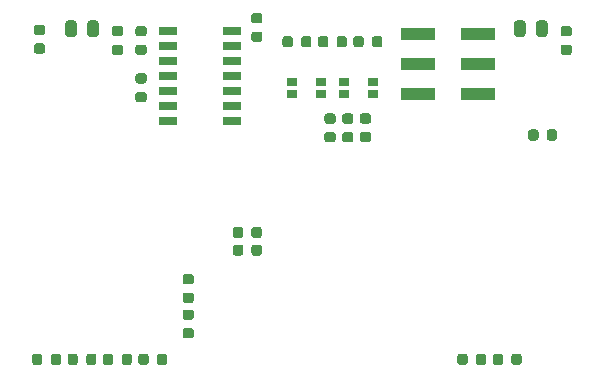
<source format=gbr>
%TF.GenerationSoftware,KiCad,Pcbnew,5.1.7-a382d34a8~88~ubuntu20.04.1*%
%TF.CreationDate,2020-12-12T08:47:46-08:00*%
%TF.ProjectId,syzygy-serdes-breakout,73797a79-6779-42d7-9365-726465732d62,rev?*%
%TF.SameCoordinates,Original*%
%TF.FileFunction,Paste,Top*%
%TF.FilePolarity,Positive*%
%FSLAX46Y46*%
G04 Gerber Fmt 4.6, Leading zero omitted, Abs format (unit mm)*
G04 Created by KiCad (PCBNEW 5.1.7-a382d34a8~88~ubuntu20.04.1) date 2020-12-12 08:47:46*
%MOMM*%
%LPD*%
G01*
G04 APERTURE LIST*
%ADD10R,0.850000X0.750000*%
%ADD11R,1.549400X0.660400*%
%ADD12R,3.000000X1.000000*%
G04 APERTURE END LIST*
%TO.C,R16*%
G36*
G01*
X104850000Y-95843750D02*
X104850000Y-96356250D01*
G75*
G02*
X104631250Y-96575000I-218750J0D01*
G01*
X104193750Y-96575000D01*
G75*
G02*
X103975000Y-96356250I0J218750D01*
G01*
X103975000Y-95843750D01*
G75*
G02*
X104193750Y-95625000I218750J0D01*
G01*
X104631250Y-95625000D01*
G75*
G02*
X104850000Y-95843750I0J-218750D01*
G01*
G37*
G36*
G01*
X106425000Y-95843750D02*
X106425000Y-96356250D01*
G75*
G02*
X106206250Y-96575000I-218750J0D01*
G01*
X105768750Y-96575000D01*
G75*
G02*
X105550000Y-96356250I0J218750D01*
G01*
X105550000Y-95843750D01*
G75*
G02*
X105768750Y-95625000I218750J0D01*
G01*
X106206250Y-95625000D01*
G75*
G02*
X106425000Y-95843750I0J-218750D01*
G01*
G37*
%TD*%
%TO.C,R15*%
G36*
G01*
X101850000Y-95843750D02*
X101850000Y-96356250D01*
G75*
G02*
X101631250Y-96575000I-218750J0D01*
G01*
X101193750Y-96575000D01*
G75*
G02*
X100975000Y-96356250I0J218750D01*
G01*
X100975000Y-95843750D01*
G75*
G02*
X101193750Y-95625000I218750J0D01*
G01*
X101631250Y-95625000D01*
G75*
G02*
X101850000Y-95843750I0J-218750D01*
G01*
G37*
G36*
G01*
X103425000Y-95843750D02*
X103425000Y-96356250D01*
G75*
G02*
X103206250Y-96575000I-218750J0D01*
G01*
X102768750Y-96575000D01*
G75*
G02*
X102550000Y-96356250I0J218750D01*
G01*
X102550000Y-95843750D01*
G75*
G02*
X102768750Y-95625000I218750J0D01*
G01*
X103206250Y-95625000D01*
G75*
G02*
X103425000Y-95843750I0J-218750D01*
G01*
G37*
%TD*%
%TO.C,R14*%
G36*
G01*
X98850000Y-95843750D02*
X98850000Y-96356250D01*
G75*
G02*
X98631250Y-96575000I-218750J0D01*
G01*
X98193750Y-96575000D01*
G75*
G02*
X97975000Y-96356250I0J218750D01*
G01*
X97975000Y-95843750D01*
G75*
G02*
X98193750Y-95625000I218750J0D01*
G01*
X98631250Y-95625000D01*
G75*
G02*
X98850000Y-95843750I0J-218750D01*
G01*
G37*
G36*
G01*
X100425000Y-95843750D02*
X100425000Y-96356250D01*
G75*
G02*
X100206250Y-96575000I-218750J0D01*
G01*
X99768750Y-96575000D01*
G75*
G02*
X99550000Y-96356250I0J218750D01*
G01*
X99550000Y-95843750D01*
G75*
G02*
X99768750Y-95625000I218750J0D01*
G01*
X100206250Y-95625000D01*
G75*
G02*
X100425000Y-95843750I0J-218750D01*
G01*
G37*
%TD*%
%TO.C,R13*%
G36*
G01*
X104743750Y-103750000D02*
X105256250Y-103750000D01*
G75*
G02*
X105475000Y-103968750I0J-218750D01*
G01*
X105475000Y-104406250D01*
G75*
G02*
X105256250Y-104625000I-218750J0D01*
G01*
X104743750Y-104625000D01*
G75*
G02*
X104525000Y-104406250I0J218750D01*
G01*
X104525000Y-103968750D01*
G75*
G02*
X104743750Y-103750000I218750J0D01*
G01*
G37*
G36*
G01*
X104743750Y-102175000D02*
X105256250Y-102175000D01*
G75*
G02*
X105475000Y-102393750I0J-218750D01*
G01*
X105475000Y-102831250D01*
G75*
G02*
X105256250Y-103050000I-218750J0D01*
G01*
X104743750Y-103050000D01*
G75*
G02*
X104525000Y-102831250I0J218750D01*
G01*
X104525000Y-102393750D01*
G75*
G02*
X104743750Y-102175000I218750J0D01*
G01*
G37*
%TD*%
%TO.C,R12*%
G36*
G01*
X103243750Y-103750000D02*
X103756250Y-103750000D01*
G75*
G02*
X103975000Y-103968750I0J-218750D01*
G01*
X103975000Y-104406250D01*
G75*
G02*
X103756250Y-104625000I-218750J0D01*
G01*
X103243750Y-104625000D01*
G75*
G02*
X103025000Y-104406250I0J218750D01*
G01*
X103025000Y-103968750D01*
G75*
G02*
X103243750Y-103750000I218750J0D01*
G01*
G37*
G36*
G01*
X103243750Y-102175000D02*
X103756250Y-102175000D01*
G75*
G02*
X103975000Y-102393750I0J-218750D01*
G01*
X103975000Y-102831250D01*
G75*
G02*
X103756250Y-103050000I-218750J0D01*
G01*
X103243750Y-103050000D01*
G75*
G02*
X103025000Y-102831250I0J218750D01*
G01*
X103025000Y-102393750D01*
G75*
G02*
X103243750Y-102175000I218750J0D01*
G01*
G37*
%TD*%
%TO.C,R11*%
G36*
G01*
X101743750Y-103750000D02*
X102256250Y-103750000D01*
G75*
G02*
X102475000Y-103968750I0J-218750D01*
G01*
X102475000Y-104406250D01*
G75*
G02*
X102256250Y-104625000I-218750J0D01*
G01*
X101743750Y-104625000D01*
G75*
G02*
X101525000Y-104406250I0J218750D01*
G01*
X101525000Y-103968750D01*
G75*
G02*
X101743750Y-103750000I218750J0D01*
G01*
G37*
G36*
G01*
X101743750Y-102175000D02*
X102256250Y-102175000D01*
G75*
G02*
X102475000Y-102393750I0J-218750D01*
G01*
X102475000Y-102831250D01*
G75*
G02*
X102256250Y-103050000I-218750J0D01*
G01*
X101743750Y-103050000D01*
G75*
G02*
X101525000Y-102831250I0J218750D01*
G01*
X101525000Y-102393750D01*
G75*
G02*
X101743750Y-102175000I218750J0D01*
G01*
G37*
%TD*%
D10*
%TO.C,D4*%
X98775000Y-100525000D03*
X98775000Y-99475000D03*
X101225000Y-99475000D03*
X101225000Y-100525000D03*
%TD*%
%TO.C,D3*%
X103175000Y-100525000D03*
X103175000Y-99475000D03*
X105625000Y-99475000D03*
X105625000Y-100525000D03*
%TD*%
%TO.C,R10*%
G36*
G01*
X85743750Y-100350000D02*
X86256250Y-100350000D01*
G75*
G02*
X86475000Y-100568750I0J-218750D01*
G01*
X86475000Y-101006250D01*
G75*
G02*
X86256250Y-101225000I-218750J0D01*
G01*
X85743750Y-101225000D01*
G75*
G02*
X85525000Y-101006250I0J218750D01*
G01*
X85525000Y-100568750D01*
G75*
G02*
X85743750Y-100350000I218750J0D01*
G01*
G37*
G36*
G01*
X85743750Y-98775000D02*
X86256250Y-98775000D01*
G75*
G02*
X86475000Y-98993750I0J-218750D01*
G01*
X86475000Y-99431250D01*
G75*
G02*
X86256250Y-99650000I-218750J0D01*
G01*
X85743750Y-99650000D01*
G75*
G02*
X85525000Y-99431250I0J218750D01*
G01*
X85525000Y-98993750D01*
G75*
G02*
X85743750Y-98775000I218750J0D01*
G01*
G37*
%TD*%
%TO.C,D2*%
G36*
G01*
X80550000Y-94543750D02*
X80550000Y-95456250D01*
G75*
G02*
X80306250Y-95700000I-243750J0D01*
G01*
X79818750Y-95700000D01*
G75*
G02*
X79575000Y-95456250I0J243750D01*
G01*
X79575000Y-94543750D01*
G75*
G02*
X79818750Y-94300000I243750J0D01*
G01*
X80306250Y-94300000D01*
G75*
G02*
X80550000Y-94543750I0J-243750D01*
G01*
G37*
G36*
G01*
X82425000Y-94543750D02*
X82425000Y-95456250D01*
G75*
G02*
X82181250Y-95700000I-243750J0D01*
G01*
X81693750Y-95700000D01*
G75*
G02*
X81450000Y-95456250I0J243750D01*
G01*
X81450000Y-94543750D01*
G75*
G02*
X81693750Y-94300000I243750J0D01*
G01*
X82181250Y-94300000D01*
G75*
G02*
X82425000Y-94543750I0J-243750D01*
G01*
G37*
%TD*%
%TO.C,C7*%
G36*
G01*
X85743750Y-96350000D02*
X86256250Y-96350000D01*
G75*
G02*
X86475000Y-96568750I0J-218750D01*
G01*
X86475000Y-97006250D01*
G75*
G02*
X86256250Y-97225000I-218750J0D01*
G01*
X85743750Y-97225000D01*
G75*
G02*
X85525000Y-97006250I0J218750D01*
G01*
X85525000Y-96568750D01*
G75*
G02*
X85743750Y-96350000I218750J0D01*
G01*
G37*
G36*
G01*
X85743750Y-94775000D02*
X86256250Y-94775000D01*
G75*
G02*
X86475000Y-94993750I0J-218750D01*
G01*
X86475000Y-95431250D01*
G75*
G02*
X86256250Y-95650000I-218750J0D01*
G01*
X85743750Y-95650000D01*
G75*
G02*
X85525000Y-95431250I0J218750D01*
G01*
X85525000Y-94993750D01*
G75*
G02*
X85743750Y-94775000I218750J0D01*
G01*
G37*
%TD*%
D11*
%TO.C,U1*%
X93679700Y-95190000D03*
X93679700Y-96460000D03*
X93679700Y-97730000D03*
X93679700Y-99000000D03*
X93679700Y-100270000D03*
X93679700Y-101540000D03*
X93679700Y-102810000D03*
X88320300Y-102810000D03*
X88320300Y-101540000D03*
X88320300Y-100270000D03*
X88320300Y-99000000D03*
X88320300Y-97730000D03*
X88320300Y-96460000D03*
X88320300Y-95190000D03*
%TD*%
%TO.C,R9*%
G36*
G01*
X95543750Y-95250000D02*
X96056250Y-95250000D01*
G75*
G02*
X96275000Y-95468750I0J-218750D01*
G01*
X96275000Y-95906250D01*
G75*
G02*
X96056250Y-96125000I-218750J0D01*
G01*
X95543750Y-96125000D01*
G75*
G02*
X95325000Y-95906250I0J218750D01*
G01*
X95325000Y-95468750D01*
G75*
G02*
X95543750Y-95250000I218750J0D01*
G01*
G37*
G36*
G01*
X95543750Y-93675000D02*
X96056250Y-93675000D01*
G75*
G02*
X96275000Y-93893750I0J-218750D01*
G01*
X96275000Y-94331250D01*
G75*
G02*
X96056250Y-94550000I-218750J0D01*
G01*
X95543750Y-94550000D01*
G75*
G02*
X95325000Y-94331250I0J218750D01*
G01*
X95325000Y-93893750D01*
G75*
G02*
X95543750Y-93675000I218750J0D01*
G01*
G37*
%TD*%
%TO.C,R8*%
G36*
G01*
X77656250Y-95550000D02*
X77143750Y-95550000D01*
G75*
G02*
X76925000Y-95331250I0J218750D01*
G01*
X76925000Y-94893750D01*
G75*
G02*
X77143750Y-94675000I218750J0D01*
G01*
X77656250Y-94675000D01*
G75*
G02*
X77875000Y-94893750I0J-218750D01*
G01*
X77875000Y-95331250D01*
G75*
G02*
X77656250Y-95550000I-218750J0D01*
G01*
G37*
G36*
G01*
X77656250Y-97125000D02*
X77143750Y-97125000D01*
G75*
G02*
X76925000Y-96906250I0J218750D01*
G01*
X76925000Y-96468750D01*
G75*
G02*
X77143750Y-96250000I218750J0D01*
G01*
X77656250Y-96250000D01*
G75*
G02*
X77875000Y-96468750I0J-218750D01*
G01*
X77875000Y-96906250D01*
G75*
G02*
X77656250Y-97125000I-218750J0D01*
G01*
G37*
%TD*%
%TO.C,C6*%
G36*
G01*
X95350000Y-112506250D02*
X95350000Y-111993750D01*
G75*
G02*
X95568750Y-111775000I218750J0D01*
G01*
X96006250Y-111775000D01*
G75*
G02*
X96225000Y-111993750I0J-218750D01*
G01*
X96225000Y-112506250D01*
G75*
G02*
X96006250Y-112725000I-218750J0D01*
G01*
X95568750Y-112725000D01*
G75*
G02*
X95350000Y-112506250I0J218750D01*
G01*
G37*
G36*
G01*
X93775000Y-112506250D02*
X93775000Y-111993750D01*
G75*
G02*
X93993750Y-111775000I218750J0D01*
G01*
X94431250Y-111775000D01*
G75*
G02*
X94650000Y-111993750I0J-218750D01*
G01*
X94650000Y-112506250D01*
G75*
G02*
X94431250Y-112725000I-218750J0D01*
G01*
X93993750Y-112725000D01*
G75*
G02*
X93775000Y-112506250I0J218750D01*
G01*
G37*
%TD*%
D12*
%TO.C,SW1*%
X109460000Y-95450000D03*
X109460000Y-98000000D03*
X109460000Y-100540000D03*
X114540000Y-95460000D03*
X114540000Y-98000000D03*
X114540000Y-100540000D03*
%TD*%
%TO.C,R7*%
G36*
G01*
X87350000Y-123256250D02*
X87350000Y-122743750D01*
G75*
G02*
X87568750Y-122525000I218750J0D01*
G01*
X88006250Y-122525000D01*
G75*
G02*
X88225000Y-122743750I0J-218750D01*
G01*
X88225000Y-123256250D01*
G75*
G02*
X88006250Y-123475000I-218750J0D01*
G01*
X87568750Y-123475000D01*
G75*
G02*
X87350000Y-123256250I0J218750D01*
G01*
G37*
G36*
G01*
X85775000Y-123256250D02*
X85775000Y-122743750D01*
G75*
G02*
X85993750Y-122525000I218750J0D01*
G01*
X86431250Y-122525000D01*
G75*
G02*
X86650000Y-122743750I0J-218750D01*
G01*
X86650000Y-123256250D01*
G75*
G02*
X86431250Y-123475000I-218750J0D01*
G01*
X85993750Y-123475000D01*
G75*
G02*
X85775000Y-123256250I0J218750D01*
G01*
G37*
%TD*%
%TO.C,R6*%
G36*
G01*
X84350000Y-123256250D02*
X84350000Y-122743750D01*
G75*
G02*
X84568750Y-122525000I218750J0D01*
G01*
X85006250Y-122525000D01*
G75*
G02*
X85225000Y-122743750I0J-218750D01*
G01*
X85225000Y-123256250D01*
G75*
G02*
X85006250Y-123475000I-218750J0D01*
G01*
X84568750Y-123475000D01*
G75*
G02*
X84350000Y-123256250I0J218750D01*
G01*
G37*
G36*
G01*
X82775000Y-123256250D02*
X82775000Y-122743750D01*
G75*
G02*
X82993750Y-122525000I218750J0D01*
G01*
X83431250Y-122525000D01*
G75*
G02*
X83650000Y-122743750I0J-218750D01*
G01*
X83650000Y-123256250D01*
G75*
G02*
X83431250Y-123475000I-218750J0D01*
G01*
X82993750Y-123475000D01*
G75*
G02*
X82775000Y-123256250I0J218750D01*
G01*
G37*
%TD*%
%TO.C,R5*%
G36*
G01*
X90256250Y-119650000D02*
X89743750Y-119650000D01*
G75*
G02*
X89525000Y-119431250I0J218750D01*
G01*
X89525000Y-118993750D01*
G75*
G02*
X89743750Y-118775000I218750J0D01*
G01*
X90256250Y-118775000D01*
G75*
G02*
X90475000Y-118993750I0J-218750D01*
G01*
X90475000Y-119431250D01*
G75*
G02*
X90256250Y-119650000I-218750J0D01*
G01*
G37*
G36*
G01*
X90256250Y-121225000D02*
X89743750Y-121225000D01*
G75*
G02*
X89525000Y-121006250I0J218750D01*
G01*
X89525000Y-120568750D01*
G75*
G02*
X89743750Y-120350000I218750J0D01*
G01*
X90256250Y-120350000D01*
G75*
G02*
X90475000Y-120568750I0J-218750D01*
G01*
X90475000Y-121006250D01*
G75*
G02*
X90256250Y-121225000I-218750J0D01*
G01*
G37*
%TD*%
%TO.C,R4*%
G36*
G01*
X77650000Y-122743750D02*
X77650000Y-123256250D01*
G75*
G02*
X77431250Y-123475000I-218750J0D01*
G01*
X76993750Y-123475000D01*
G75*
G02*
X76775000Y-123256250I0J218750D01*
G01*
X76775000Y-122743750D01*
G75*
G02*
X76993750Y-122525000I218750J0D01*
G01*
X77431250Y-122525000D01*
G75*
G02*
X77650000Y-122743750I0J-218750D01*
G01*
G37*
G36*
G01*
X79225000Y-122743750D02*
X79225000Y-123256250D01*
G75*
G02*
X79006250Y-123475000I-218750J0D01*
G01*
X78568750Y-123475000D01*
G75*
G02*
X78350000Y-123256250I0J218750D01*
G01*
X78350000Y-122743750D01*
G75*
G02*
X78568750Y-122525000I218750J0D01*
G01*
X79006250Y-122525000D01*
G75*
G02*
X79225000Y-122743750I0J-218750D01*
G01*
G37*
%TD*%
%TO.C,R3*%
G36*
G01*
X80650000Y-122743750D02*
X80650000Y-123256250D01*
G75*
G02*
X80431250Y-123475000I-218750J0D01*
G01*
X79993750Y-123475000D01*
G75*
G02*
X79775000Y-123256250I0J218750D01*
G01*
X79775000Y-122743750D01*
G75*
G02*
X79993750Y-122525000I218750J0D01*
G01*
X80431250Y-122525000D01*
G75*
G02*
X80650000Y-122743750I0J-218750D01*
G01*
G37*
G36*
G01*
X82225000Y-122743750D02*
X82225000Y-123256250D01*
G75*
G02*
X82006250Y-123475000I-218750J0D01*
G01*
X81568750Y-123475000D01*
G75*
G02*
X81350000Y-123256250I0J218750D01*
G01*
X81350000Y-122743750D01*
G75*
G02*
X81568750Y-122525000I218750J0D01*
G01*
X82006250Y-122525000D01*
G75*
G02*
X82225000Y-122743750I0J-218750D01*
G01*
G37*
%TD*%
%TO.C,R2*%
G36*
G01*
X121743750Y-96350000D02*
X122256250Y-96350000D01*
G75*
G02*
X122475000Y-96568750I0J-218750D01*
G01*
X122475000Y-97006250D01*
G75*
G02*
X122256250Y-97225000I-218750J0D01*
G01*
X121743750Y-97225000D01*
G75*
G02*
X121525000Y-97006250I0J218750D01*
G01*
X121525000Y-96568750D01*
G75*
G02*
X121743750Y-96350000I218750J0D01*
G01*
G37*
G36*
G01*
X121743750Y-94775000D02*
X122256250Y-94775000D01*
G75*
G02*
X122475000Y-94993750I0J-218750D01*
G01*
X122475000Y-95431250D01*
G75*
G02*
X122256250Y-95650000I-218750J0D01*
G01*
X121743750Y-95650000D01*
G75*
G02*
X121525000Y-95431250I0J218750D01*
G01*
X121525000Y-94993750D01*
G75*
G02*
X121743750Y-94775000I218750J0D01*
G01*
G37*
%TD*%
%TO.C,R1*%
G36*
G01*
X116650000Y-122743750D02*
X116650000Y-123256250D01*
G75*
G02*
X116431250Y-123475000I-218750J0D01*
G01*
X115993750Y-123475000D01*
G75*
G02*
X115775000Y-123256250I0J218750D01*
G01*
X115775000Y-122743750D01*
G75*
G02*
X115993750Y-122525000I218750J0D01*
G01*
X116431250Y-122525000D01*
G75*
G02*
X116650000Y-122743750I0J-218750D01*
G01*
G37*
G36*
G01*
X118225000Y-122743750D02*
X118225000Y-123256250D01*
G75*
G02*
X118006250Y-123475000I-218750J0D01*
G01*
X117568750Y-123475000D01*
G75*
G02*
X117350000Y-123256250I0J218750D01*
G01*
X117350000Y-122743750D01*
G75*
G02*
X117568750Y-122525000I218750J0D01*
G01*
X118006250Y-122525000D01*
G75*
G02*
X118225000Y-122743750I0J-218750D01*
G01*
G37*
%TD*%
%TO.C,D1*%
G36*
G01*
X118550000Y-94543750D02*
X118550000Y-95456250D01*
G75*
G02*
X118306250Y-95700000I-243750J0D01*
G01*
X117818750Y-95700000D01*
G75*
G02*
X117575000Y-95456250I0J243750D01*
G01*
X117575000Y-94543750D01*
G75*
G02*
X117818750Y-94300000I243750J0D01*
G01*
X118306250Y-94300000D01*
G75*
G02*
X118550000Y-94543750I0J-243750D01*
G01*
G37*
G36*
G01*
X120425000Y-94543750D02*
X120425000Y-95456250D01*
G75*
G02*
X120181250Y-95700000I-243750J0D01*
G01*
X119693750Y-95700000D01*
G75*
G02*
X119450000Y-95456250I0J243750D01*
G01*
X119450000Y-94543750D01*
G75*
G02*
X119693750Y-94300000I243750J0D01*
G01*
X120181250Y-94300000D01*
G75*
G02*
X120425000Y-94543750I0J-243750D01*
G01*
G37*
%TD*%
%TO.C,C5*%
G36*
G01*
X89743750Y-117350000D02*
X90256250Y-117350000D01*
G75*
G02*
X90475000Y-117568750I0J-218750D01*
G01*
X90475000Y-118006250D01*
G75*
G02*
X90256250Y-118225000I-218750J0D01*
G01*
X89743750Y-118225000D01*
G75*
G02*
X89525000Y-118006250I0J218750D01*
G01*
X89525000Y-117568750D01*
G75*
G02*
X89743750Y-117350000I218750J0D01*
G01*
G37*
G36*
G01*
X89743750Y-115775000D02*
X90256250Y-115775000D01*
G75*
G02*
X90475000Y-115993750I0J-218750D01*
G01*
X90475000Y-116431250D01*
G75*
G02*
X90256250Y-116650000I-218750J0D01*
G01*
X89743750Y-116650000D01*
G75*
G02*
X89525000Y-116431250I0J218750D01*
G01*
X89525000Y-115993750D01*
G75*
G02*
X89743750Y-115775000I218750J0D01*
G01*
G37*
%TD*%
%TO.C,C4*%
G36*
G01*
X120350000Y-104256250D02*
X120350000Y-103743750D01*
G75*
G02*
X120568750Y-103525000I218750J0D01*
G01*
X121006250Y-103525000D01*
G75*
G02*
X121225000Y-103743750I0J-218750D01*
G01*
X121225000Y-104256250D01*
G75*
G02*
X121006250Y-104475000I-218750J0D01*
G01*
X120568750Y-104475000D01*
G75*
G02*
X120350000Y-104256250I0J218750D01*
G01*
G37*
G36*
G01*
X118775000Y-104256250D02*
X118775000Y-103743750D01*
G75*
G02*
X118993750Y-103525000I218750J0D01*
G01*
X119431250Y-103525000D01*
G75*
G02*
X119650000Y-103743750I0J-218750D01*
G01*
X119650000Y-104256250D01*
G75*
G02*
X119431250Y-104475000I-218750J0D01*
G01*
X118993750Y-104475000D01*
G75*
G02*
X118775000Y-104256250I0J218750D01*
G01*
G37*
%TD*%
%TO.C,C3*%
G36*
G01*
X83743750Y-96350000D02*
X84256250Y-96350000D01*
G75*
G02*
X84475000Y-96568750I0J-218750D01*
G01*
X84475000Y-97006250D01*
G75*
G02*
X84256250Y-97225000I-218750J0D01*
G01*
X83743750Y-97225000D01*
G75*
G02*
X83525000Y-97006250I0J218750D01*
G01*
X83525000Y-96568750D01*
G75*
G02*
X83743750Y-96350000I218750J0D01*
G01*
G37*
G36*
G01*
X83743750Y-94775000D02*
X84256250Y-94775000D01*
G75*
G02*
X84475000Y-94993750I0J-218750D01*
G01*
X84475000Y-95431250D01*
G75*
G02*
X84256250Y-95650000I-218750J0D01*
G01*
X83743750Y-95650000D01*
G75*
G02*
X83525000Y-95431250I0J218750D01*
G01*
X83525000Y-94993750D01*
G75*
G02*
X83743750Y-94775000I218750J0D01*
G01*
G37*
%TD*%
%TO.C,C2*%
G36*
G01*
X95350000Y-114006250D02*
X95350000Y-113493750D01*
G75*
G02*
X95568750Y-113275000I218750J0D01*
G01*
X96006250Y-113275000D01*
G75*
G02*
X96225000Y-113493750I0J-218750D01*
G01*
X96225000Y-114006250D01*
G75*
G02*
X96006250Y-114225000I-218750J0D01*
G01*
X95568750Y-114225000D01*
G75*
G02*
X95350000Y-114006250I0J218750D01*
G01*
G37*
G36*
G01*
X93775000Y-114006250D02*
X93775000Y-113493750D01*
G75*
G02*
X93993750Y-113275000I218750J0D01*
G01*
X94431250Y-113275000D01*
G75*
G02*
X94650000Y-113493750I0J-218750D01*
G01*
X94650000Y-114006250D01*
G75*
G02*
X94431250Y-114225000I-218750J0D01*
G01*
X93993750Y-114225000D01*
G75*
G02*
X93775000Y-114006250I0J218750D01*
G01*
G37*
%TD*%
%TO.C,C1*%
G36*
G01*
X114350000Y-123256250D02*
X114350000Y-122743750D01*
G75*
G02*
X114568750Y-122525000I218750J0D01*
G01*
X115006250Y-122525000D01*
G75*
G02*
X115225000Y-122743750I0J-218750D01*
G01*
X115225000Y-123256250D01*
G75*
G02*
X115006250Y-123475000I-218750J0D01*
G01*
X114568750Y-123475000D01*
G75*
G02*
X114350000Y-123256250I0J218750D01*
G01*
G37*
G36*
G01*
X112775000Y-123256250D02*
X112775000Y-122743750D01*
G75*
G02*
X112993750Y-122525000I218750J0D01*
G01*
X113431250Y-122525000D01*
G75*
G02*
X113650000Y-122743750I0J-218750D01*
G01*
X113650000Y-123256250D01*
G75*
G02*
X113431250Y-123475000I-218750J0D01*
G01*
X112993750Y-123475000D01*
G75*
G02*
X112775000Y-123256250I0J218750D01*
G01*
G37*
%TD*%
M02*

</source>
